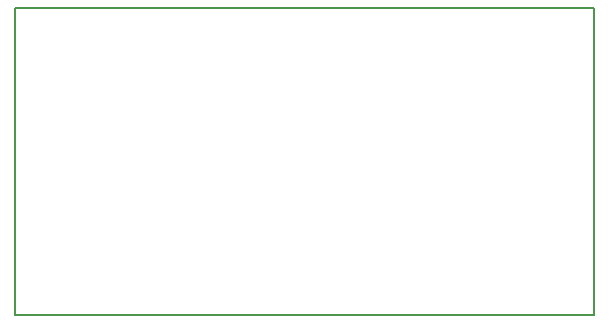
<source format=gm1>
G04 #@! TF.FileFunction,Profile,NP*
%FSLAX46Y46*%
G04 Gerber Fmt 4.6, Leading zero omitted, Abs format (unit mm)*
G04 Created by KiCad (PCBNEW 4.0.2-stable) date Thu May 19 22:00:52 2016*
%MOMM*%
G01*
G04 APERTURE LIST*
%ADD10C,0.100000*%
%ADD11C,0.150000*%
G04 APERTURE END LIST*
D10*
D11*
X173000000Y-118000000D02*
X173000000Y-92000000D01*
X124000000Y-118000000D02*
X173000000Y-118000000D01*
X124000000Y-92000000D02*
X124000000Y-118000000D01*
X173000000Y-92000000D02*
X124000000Y-92000000D01*
M02*

</source>
